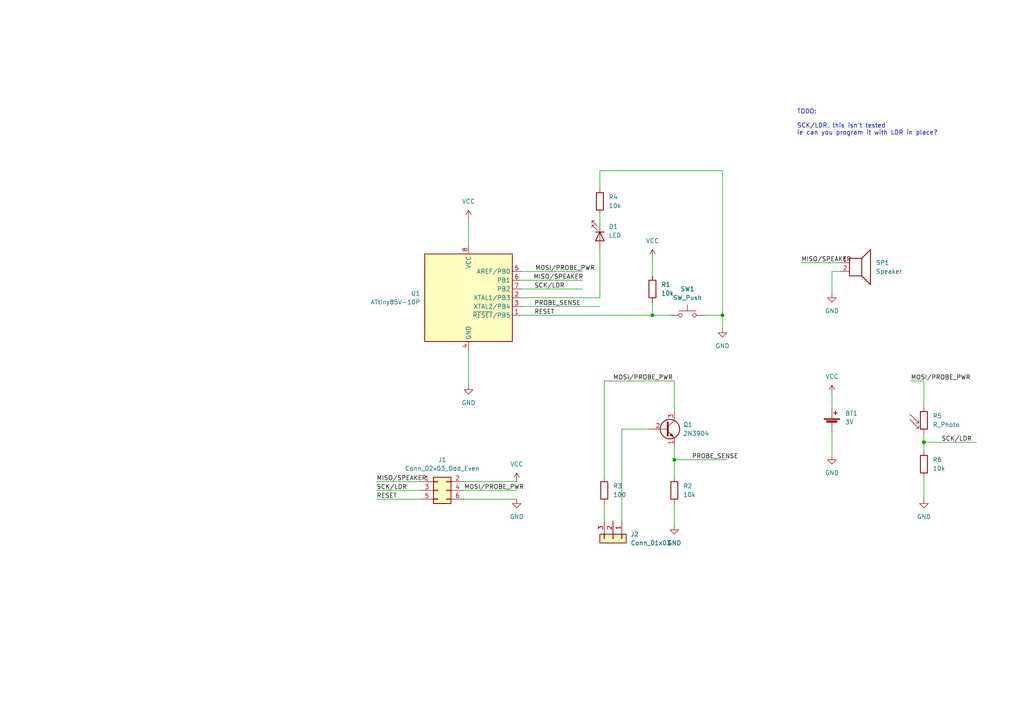
<source format=kicad_sch>
(kicad_sch (version 20211123) (generator eeschema)
  (paper "A4")
  (title_block (title "Water Me Bird") (date "2022-03-08") (rev "6") (company "TinkerElectric.com"))
  (lib_symbols
    (symbol "Connector_Generic:Conn_01x03" (pin_names (offset 1.016) hide)
      (property "Reference" "J" (at 0 5.08 0))
      (property "Value" "Conn_01x03" (at 0 -5.08 0))
      (symbol "Conn_01x03_1_1"
        (rectangle (start -1.27 -2.413) (end 0 -2.667) (stroke (width 0.1524)))
        (rectangle (start -1.27 0.127) (end 0 -0.127) (stroke (width 0.1524)))
        (rectangle (start -1.27 2.667) (end 0 2.413) (stroke (width 0.1524)))
        (rectangle (start -1.27 3.81) (end 1.27 -3.81) (stroke (width 0.254)) (fill (type background)))
        (pin passive line (at -5.08 2.54 0) (length 3.81) (name "Pin_1") (number "1"))
        (pin passive line (at -5.08 0 0) (length 3.81) (name "Pin_2") (number "2"))
        (pin passive line (at -5.08 -2.54 0) (length 3.81) (name "Pin_3") (number "3"))
      )
    )
    (symbol "Connector_Generic:Conn_02x03_Odd_Even" (pin_names (offset 1.016) hide)
      (property "Reference" "J" (at 1.27 5.08 0))
      (property "Value" "Conn_02x03_Odd_Even" (at 1.27 -5.08 0))
      (symbol "Conn_02x03_Odd_Even_1_1"
        (rectangle (start -1.27 -2.413) (end 0 -2.667) (stroke (width 0.1524)))
        (rectangle (start -1.27 0.127) (end 0 -0.127) (stroke (width 0.1524)))
        (rectangle (start -1.27 2.667) (end 0 2.413) (stroke (width 0.1524)))
        (rectangle (start -1.27 3.81) (end 3.81 -3.81) (stroke (width 0.254)) (fill (type background)))
        (rectangle (start 3.81 -2.413) (end 2.54 -2.667) (stroke (width 0.1524)))
        (rectangle (start 3.81 0.127) (end 2.54 -0.127) (stroke (width 0.1524)))
        (rectangle (start 3.81 2.667) (end 2.54 2.413) (stroke (width 0.1524)))
        (pin passive line (at -5.08 2.54 0) (length 3.81) (name "Pin_1") (number "1"))
        (pin passive line (at 7.62 2.54 180) (length 3.81) (name "Pin_2") (number "2"))
        (pin passive line (at -5.08 0 0) (length 3.81) (name "Pin_3") (number "3"))
        (pin passive line (at 7.62 0 180) (length 3.81) (name "Pin_4") (number "4"))
        (pin passive line (at -5.08 -2.54 0) (length 3.81) (name "Pin_5") (number "5"))
        (pin passive line (at 7.62 -2.54 180) (length 3.81) (name "Pin_6") (number "6"))
      )
    )
    (symbol "Device:Battery_Cell" (pin_numbers hide) (pin_names (offset 0) hide)
      (property "Reference" "BT" (at 2.54 2.54 0))
      (property "Value" "Battery_Cell" (at 2.54 0 0))
      (symbol "Battery_Cell_0_1"
        (rectangle (start -2.286 1.778) (end 2.286 1.524) (fill (type outline)))
        (rectangle (start -1.5748 1.1938) (end 1.4732 0.6858) (fill (type outline)))
        (polyline (pts (xy 0 0.762) (xy 0 0)))
        (polyline (pts (xy 0 1.778) (xy 0 2.54)))
        (polyline (pts (xy 0.508 3.429) (xy 1.524 3.429)) (stroke (width 0.254)))
        (polyline (pts (xy 1.016 3.937) (xy 1.016 2.921)) (stroke (width 0.254)))
      )
      (symbol "Battery_Cell_1_1"
        (pin passive line (at 0 5.08 270) (length 2.54) (name "+") (number "1"))
        (pin passive line (at 0 -2.54 90) (length 2.54) (name "-") (number "2"))
      )
    )
    (symbol "Device:LED" (pin_numbers hide) (pin_names (offset 1.016) hide)
      (property "Reference" "D" (at 0 2.54 0))
      (property "Value" "LED" (at 0 -2.54 0))
      (symbol "LED_0_1"
        (polyline (pts (xy -1.27 -1.27) (xy -1.27 1.27)) (stroke (width 0.254)))
        (polyline (pts (xy -1.27 0) (xy 1.27 0)))
        (polyline (pts (xy 1.27 -1.27) (xy 1.27 1.27) (xy -1.27 0) (xy 1.27 -1.27)) (stroke (width 0.254)))
        (polyline (pts (xy -3.048 -0.762) (xy -4.572 -2.286) (xy -3.81 -2.286) (xy -4.572 -2.286) (xy -4.572 -1.524)))
        (polyline (pts (xy -1.778 -0.762) (xy -3.302 -2.286) (xy -2.54 -2.286) (xy -3.302 -2.286) (xy -3.302 -1.524)))
      )
      (symbol "LED_1_1"
        (pin passive line (at -3.81 0 0) (length 2.54) (name "K") (number "1"))
        (pin passive line (at 3.81 0 180) (length 2.54) (name "A") (number "2"))
      )
    )
    (symbol "Device:R" (pin_numbers hide) (pin_names (offset 0))
      (property "Reference" "R" (at 2.032 0 90))
      (property "Value" "R" (at 0 0 90))
      (symbol "R_0_1"
        (rectangle (start -1.016 -2.54) (end 1.016 2.54) (stroke (width 0.254)))
      )
      (symbol "R_1_1"
        (pin passive line (at 0 3.81 270) (length 1.27) (name "~") (number "1"))
        (pin passive line (at 0 -3.81 90) (length 1.27) (name "~") (number "2"))
      )
    )
    (symbol "Device:R_Photo" (pin_numbers hide) (pin_names (offset 0))
      (property "Reference" "R" (at 1.27 1.27 0))
      (property "Value" "R_Photo" (at 1.27 0 0))
      (symbol "R_Photo_0_1"
        (rectangle (start -1.016 2.54) (end 1.016 -2.54) (stroke (width 0.254)))
        (polyline (pts (xy -1.524 -2.286) (xy -4.064 0.254)))
        (polyline (pts (xy -1.524 -2.286) (xy -2.286 -2.286)))
        (polyline (pts (xy -1.524 -2.286) (xy -1.524 -1.524)))
        (polyline (pts (xy -1.524 -0.762) (xy -4.064 1.778)))
        (polyline (pts (xy -1.524 -0.762) (xy -2.286 -0.762)))
        (polyline (pts (xy -1.524 -0.762) (xy -1.524 0)))
      )
      (symbol "R_Photo_1_1"
        (pin passive line (at 0 3.81 270) (length 1.27) (name "~") (number "1"))
        (pin passive line (at 0 -3.81 90) (length 1.27) (name "~") (number "2"))
      )
    )
    (symbol "Device:Speaker" (pin_names (offset 0) hide)
      (property "Reference" "LS" (at 1.27 5.715 0))
      (property "Value" "Speaker" (at 1.27 3.81 0))
      (symbol "Speaker_0_0"
        (rectangle (start -2.54 1.27) (end 1.016 -3.81) (stroke (width 0.254)))
        (polyline (pts (xy 1.016 1.27) (xy 3.556 3.81) (xy 3.556 -6.35) (xy 1.016 -3.81)) (stroke (width 0.254)))
      )
      (symbol "Speaker_1_1"
        (pin input line (at -5.08 0 0) (length 2.54) (name "1") (number "1"))
        (pin input line (at -5.08 -2.54 0) (length 2.54) (name "2") (number "2"))
      )
    )
    (symbol "MCU_Microchip_ATtiny:ATtiny85V-10P"
      (property "Reference" "U" (at -12.7 13.97 0))
      (property "Value" "ATtiny85V-10P" (at 2.54 -13.97 0))
      (symbol "ATtiny85V-10P_0_1"
        (rectangle (start -12.7 -12.7) (end 12.7 12.7) (stroke (width 0.254)) (fill (type background)))
      )
      (symbol "ATtiny85V-10P_1_1"
        (pin bidirectional line (at 15.24 -5.08 180) (length 2.54) (name "~{RESET}/PB5") (number "1"))
        (pin bidirectional line (at 15.24 0 180) (length 2.54) (name "XTAL1/PB3") (number "2"))
        (pin bidirectional line (at 15.24 -2.54 180) (length 2.54) (name "XTAL2/PB4") (number "3"))
        (pin power_in line (at 0 -15.24 90) (length 2.54) (name "GND") (number "4"))
        (pin bidirectional line (at 15.24 7.62 180) (length 2.54) (name "AREF/PB0") (number "5"))
        (pin bidirectional line (at 15.24 5.08 180) (length 2.54) (name "PB1") (number "6"))
        (pin bidirectional line (at 15.24 2.54 180) (length 2.54) (name "PB2") (number "7"))
        (pin power_in line (at 0 15.24 270) (length 2.54) (name "VCC") (number "8"))
      )
    )
    (symbol "Switch:SW_Push" (pin_numbers hide) (pin_names (offset 1.016) hide)
      (property "Reference" "SW" (at 1.27 2.54 0))
      (property "Value" "SW_Push" (at 0 -1.524 0))
      (symbol "SW_Push_0_1"
        (circle (center -2.032 0) (radius 0.508))
        (polyline (pts (xy 0 1.27) (xy 0 3.048)))
        (polyline (pts (xy 2.54 1.27) (xy -2.54 1.27)))
        (circle (center 2.032 0) (radius 0.508))
        (pin passive line (at -5.08 0 0) (length 2.54) (name "1") (number "1"))
        (pin passive line (at 5.08 0 180) (length 2.54) (name "2") (number "2"))
      )
    )
    (symbol "Transistor_BJT:2N3904" (pin_names (offset 0) hide)
      (property "Reference" "Q" (at 5.08 1.905 0))
      (property "Value" "2N3904" (at 5.08 0 0))
      (symbol "2N3904_0_1"
        (polyline (pts (xy 0.635 0.635) (xy 2.54 2.54)))
        (polyline (pts (xy 0.635 -0.635) (xy 2.54 -2.54) (xy 2.54 -2.54)))
        (polyline (pts (xy 0.635 1.905) (xy 0.635 -1.905) (xy 0.635 -1.905)) (stroke (width 0.508)))
        (polyline (pts (xy 1.27 -1.778) (xy 1.778 -1.27) (xy 2.286 -2.286) (xy 1.27 -1.778) (xy 1.27 -1.778)) (fill (type outline)))
        (circle (center 1.27 0) (radius 2.8194) (stroke (width 0.254)))
      )
      (symbol "2N3904_1_1"
        (pin passive line (at 2.54 -5.08 90) (length 2.54) (name "E") (number "1"))
        (pin passive line (at -5.08 0 0) (length 5.715) (name "B") (number "2"))
        (pin passive line (at 2.54 5.08 270) (length 2.54) (name "C") (number "3"))
      )
    )
    (symbol "power:GND" (power) (pin_names (offset 0))
      (property "Value" "GND" (at 0 -3.81 0))
      (symbol "GND_0_1"
        (polyline (pts (xy 0 0) (xy 0 -1.27) (xy 1.27 -1.27) (xy 0 -2.54) (xy -1.27 -1.27) (xy 0 -1.27)))
      )
      (symbol "GND_1_1"
        (pin power_in line (at 0 0 270) (length 0) hide (name "GND") (number "1"))
      )
    )
    (symbol "power:VCC" (power) (pin_names (offset 0))
      (property "Value" "VCC" (at 0 3.81 0))
      (symbol "VCC_0_1"
        (polyline (pts (xy -0.762 1.27) (xy 0 2.54)))
        (polyline (pts (xy 0 0) (xy 0 2.54)))
        (polyline (pts (xy 0 2.54) (xy 0.762 1.27)))
      )
      (symbol "VCC_1_1"
        (pin power_in line (at 0 0 90) (length 0) hide (name "VCC") (number "1"))
      )
    )
  )
  (junction (at 189.23 91.44))
  (junction (at 209.55 91.44))
  (junction (at 267.97 128.27))
  (junction (at 195.58 133.35))
  (wire (pts (xy 209.55 91.44) (xy 204.47 91.44)))
  (wire (pts (xy 173.99 54.61) (xy 173.99 49.53)))
  (wire (pts (xy 264.16 110.49) (xy 267.97 110.49)))
  (wire (pts (xy 109.22 139.7) (xy 121.92 139.7)))
  (wire (pts (xy 241.3 78.74) (xy 241.3 85.09)))
  (wire (pts (xy 189.23 87.63) (xy 189.23 91.44)))
  (wire (pts (xy 109.22 144.78) (xy 121.92 144.78)))
  (wire (pts (xy 134.62 142.24) (xy 149.86 142.24)))
  (wire (pts (xy 135.89 63.5) (xy 135.89 71.12)))
  (wire (pts (xy 267.97 128.27) (xy 267.97 130.81)))
  (wire (pts (xy 241.3 125.73) (xy 241.3 132.08)))
  (wire (pts (xy 151.13 78.74) (xy 168.91 78.74)))
  (wire (pts (xy 195.58 110.49) (xy 175.26 110.49)))
  (wire (pts (xy 151.13 81.28) (xy 168.91 81.28)))
  (wire (pts (xy 173.99 72.39) (xy 173.99 86.36)))
  (wire (pts (xy 151.13 88.9) (xy 173.99 88.9)))
  (wire (pts (xy 267.97 128.27) (xy 283.21 128.27)))
  (wire (pts (xy 195.58 146.05) (xy 195.58 152.4)))
  (wire (pts (xy 189.23 74.93) (xy 189.23 80.01)))
  (wire (pts (xy 267.97 125.73) (xy 267.97 128.27)))
  (wire (pts (xy 267.97 118.11) (xy 267.97 110.49)))
  (wire (pts (xy 180.34 151.13) (xy 180.34 124.46)))
  (wire (pts (xy 241.3 114.3) (xy 241.3 118.11)))
  (wire (pts (xy 135.89 101.6) (xy 135.89 111.76)))
  (wire (pts (xy 195.58 133.35) (xy 210.82 133.35)))
  (wire (pts (xy 175.26 146.05) (xy 175.26 151.13)))
  (wire (pts (xy 189.23 91.44) (xy 194.31 91.44)))
  (wire (pts (xy 134.62 139.7) (xy 149.86 139.7)))
  (wire (pts (xy 173.99 49.53) (xy 209.55 49.53)))
  (wire (pts (xy 151.13 83.82) (xy 168.91 83.82)))
  (wire (pts (xy 195.58 133.35) (xy 195.58 138.43)))
  (wire (pts (xy 232.41 76.2) (xy 243.84 76.2)))
  (wire (pts (xy 151.13 91.44) (xy 189.23 91.44)))
  (wire (pts (xy 195.58 129.54) (xy 195.58 133.35)))
  (wire (pts (xy 180.34 124.46) (xy 187.96 124.46)))
  (wire (pts (xy 209.55 91.44) (xy 209.55 95.25)))
  (wire (pts (xy 243.84 78.74) (xy 241.3 78.74)))
  (wire (pts (xy 134.62 144.78) (xy 149.86 144.78)))
  (wire (pts (xy 175.26 110.49) (xy 175.26 138.43)))
  (wire (pts (xy 173.99 62.23) (xy 173.99 64.77)))
  (wire (pts (xy 173.99 86.36) (xy 151.13 86.36)))
  (wire (pts (xy 195.58 119.38) (xy 195.58 110.49)))
  (wire (pts (xy 267.97 138.43) (xy 267.97 144.78)))
  (wire (pts (xy 209.55 49.53) (xy 209.55 91.44)))
  (wire (pts (xy 109.22 142.24) (xy 121.92 142.24)))
  (text "TODO:\n\nSCK/LDR, this isn't tested\nie can you program it with LDR in place?\n" (at 231.14 39.37 0) (effects (font (size 1.27 1.27)) (justify left bottom)))
  (label "MISO{slash}SPEAKER" (at 154.686 81.28 0))
  (label "SCK{slash}LDR" (at 109.22 142.24 0))
  (label "MOSI{slash}PROBE_PWR" (at 134.62 142.24 0))
  (label "PROBE_SENSE" (at 154.94 88.9 0))
  (label "MISO{slash}SPEAKER" (at 109.22 139.7 0))
  (label "SCK{slash}LDR" (at 154.94 83.82 0))
  (label "RESET" (at 154.94 91.44 0))
  (label "MOSI{slash}PROBE_PWR" (at 264.16 110.49 0))
  (label "MOSI{slash}PROBE_PWR" (at 177.8 110.49 0))
  (label "MISO{slash}SPEAKER" (at 232.41 76.2 0))
  (label "RESET" (at 109.22 144.78 0))
  (label "PROBE_SENSE" (at 200.66 133.35 0))
  (label "SCK{slash}LDR" (at 273.05 128.27 0))
  (label "MOSI{slash}PROBE_PWR" (at 155.194 78.74 0))
  (symbol (lib_id "Device:R_Photo") (at 267.97 121.92 0) (unit 1)
    (property "Reference" "R5" (at 270.51 120.6499 0) (effects (justify left)))
    (property "Value" "R_Photo" (at 270.51 123.1899 0) (effects (justify left)))
    (property "Footprint" "OptoDevice:R_LDR_4.9x4.2mm_P2.54mm_Vertical" (effects hide))
  )
  (symbol (lib_id "power:GND") (at 135.89 111.76 0) (unit 1)
    (property "Reference" "#PWR0105" (effects hide))
    (property "Value" "GND" (at 135.89 116.84 0))
  )
  (symbol (lib_id "power:VCC") (at 149.86 139.7 0) (unit 1)
    (property "Reference" "#PWR0102" (effects hide))
    (property "Value" "VCC" (at 149.86 134.62 0))
  )
  (symbol (lib_id "Device:R") (at 175.26 142.24 0) (unit 1)
    (property "Reference" "R3" (at 177.8 140.9699 0) (effects (justify left)))
    (property "Value" "100" (at 177.8 143.5099 0) (effects (justify left)))
    (property "Footprint" "Resistor_THT:R_Axial_DIN0414_L11.9mm_D4.5mm_P15.24mm_Horizontal" (effects hide))
  )
  (symbol (lib_id "power:GND") (at 241.3 85.09 0) (unit 1)
    (property "Reference" "#PWR0108" (effects hide))
    (property "Value" "GND" (at 241.3 90.17 0))
  )
  (symbol (lib_id "MCU_Microchip_ATtiny:ATtiny85V-10P") (at 135.89 86.36 0) (unit 1)
    (property "Reference" "U1" (at 121.92 85.0899 0) (effects (justify right)))
    (property "Value" "ATtiny85V-10P" (at 121.92 87.6299 0) (effects (justify right)))
    (property "Footprint" "Package_DIP:DIP-8_W7.62mm" (effects hide))
    (property "Datasheet" "http://ww1.microchip.com/downloads/en/DeviceDoc/atmel-2586-avr-8-bit-microcontroller-attiny25-attiny45-attiny85_datasheet.pdf" (effects hide))
  )
  (symbol (lib_id "Device:R") (at 267.97 134.62 0) (unit 1)
    (property "Reference" "R6" (at 270.51 133.3499 0) (effects (justify left)))
    (property "Value" "10k" (at 270.51 135.8899 0) (effects (justify left)))
    (property "Footprint" "Resistor_THT:R_Axial_DIN0414_L11.9mm_D4.5mm_P15.24mm_Horizontal" (effects hide))
  )
  (symbol (lib_id "Connector_Generic:Conn_01x03") (at 177.8 156.21 270) (unit 1)
    (property "Reference" "J2" (at 182.88 154.9399 90) (effects (justify left)))
    (property "Value" "Conn_01x03" (at 182.88 157.4799 90) (effects (justify left)))
    (property "Footprint" "TerminalBlock_RND:TerminalBlock_RND_205-00002_1x03_P5.00mm_Horizontal" (effects hide))
  )
  (symbol (lib_id "power:GND") (at 267.97 144.78 0) (unit 1)
    (property "Reference" "#PWR0110" (effects hide))
    (property "Value" "GND" (at 267.97 149.86 0))
  )
  (symbol (lib_id "power:GND") (at 149.86 144.78 0) (unit 1)
    (property "Reference" "#PWR0103" (effects hide))
    (property "Value" "GND" (at 149.86 149.86 0))
  )
  (symbol (lib_id "power:VCC") (at 241.3 114.3 0) (unit 1)
    (property "Reference" "#PWR0111" (effects hide))
    (property "Value" "VCC" (at 241.3 109.22 0))
  )
  (symbol (lib_id "power:GND") (at 209.55 95.25 0) (unit 1)
    (property "Reference" "#PWR0107" (effects hide))
    (property "Value" "GND" (at 209.55 100.33 0))
  )
  (symbol (lib_id "Device:LED") (at 173.99 68.58 270) (unit 1)
    (property "Reference" "D1" (at 176.53 65.7224 90) (effects (justify left)))
    (property "Value" "LED" (at 176.53 68.2624 90) (effects (justify left)))
    (property "Footprint" "LED_THT:LED_D3.0mm" (effects hide))
  )
  (symbol (lib_id "Device:R") (at 195.58 142.24 0) (unit 1)
    (property "Reference" "R2" (at 198.12 140.9699 0) (effects (justify left)))
    (property "Value" "10k" (at 198.12 143.5099 0) (effects (justify left)))
    (property "Footprint" "Resistor_THT:R_Axial_DIN0414_L11.9mm_D4.5mm_P15.24mm_Horizontal" (effects hide))
  )
  (symbol (lib_id "power:VCC") (at 135.89 63.5 0) (unit 1)
    (property "Reference" "#PWR0101" (effects hide))
    (property "Value" "VCC" (at 135.89 58.42 0))
  )
  (symbol (lib_id "Device:Battery_Cell") (at 241.3 123.19 0) (unit 1)
    (property "Reference" "BT1" (at 245.11 119.8879 0) (effects (justify left)))
    (property "Value" "3V" (at 245.11 122.4279 0) (effects (justify left)))
    (property "Footprint" "Battery:BatteryHolder_Keystone_3002_1x2032" (effects hide))
  )
  (symbol (lib_id "Transistor_BJT:2N3904") (at 193.04 124.46 0) (unit 1)
    (property "Reference" "Q1" (at 198.12 123.1899 0) (effects (justify left)))
    (property "Value" "2N3904" (at 198.12 125.7299 0) (effects (justify left)))
    (property "Footprint" "_Tinker:TO-92_Inline_Wide_Thick" (effects hide))
    (property "Datasheet" "https://www.onsemi.com/pub/Collateral/2N3903-D.PDF" (effects hide))
  )
  (symbol (lib_id "Device:R") (at 173.99 58.42 0) (unit 1)
    (property "Reference" "R4" (at 176.53 57.1499 0) (effects (justify left)))
    (property "Value" "10k" (at 176.53 59.6899 0) (effects (justify left)))
    (property "Footprint" "Resistor_THT:R_Axial_DIN0414_L11.9mm_D4.5mm_P15.24mm_Horizontal" (effects hide))
  )
  (symbol (lib_id "power:GND") (at 195.58 152.4 0) (unit 1)
    (property "Reference" "#PWR0104" (effects hide))
    (property "Value" "GND" (at 195.58 157.48 0))
  )
  (symbol (lib_id "Device:Speaker") (at 248.92 76.2 0) (unit 1)
    (property "Reference" "SP1" (at 254 76.1999 0) (effects (justify left)))
    (property "Value" "Speaker" (at 254 78.7399 0) (effects (justify left)))
    (property "Footprint" "Buzzer_Beeper:MagneticBuzzer_PUI_AT-0927-TT-6-R" (effects hide))
  )
  (symbol (lib_id "Connector_Generic:Conn_02x03_Odd_Even") (at 127 142.24 0) (unit 1)
    (property "Reference" "J1" (at 128.27 133.35 0))
    (property "Value" "Conn_02x03_Odd_Even" (at 128.27 135.89 0))
  )
  (symbol (lib_id "power:VCC") (at 189.23 74.93 0) (unit 1)
    (property "Reference" "#PWR0106" (effects hide))
    (property "Value" "VCC" (at 189.23 69.85 0))
  )
  (symbol (lib_id "Device:R") (at 189.23 83.82 0) (unit 1)
    (property "Reference" "R1" (at 191.77 82.5499 0) (effects (justify left)))
    (property "Value" "10k" (at 191.77 85.0899 0) (effects (justify left)))
    (property "Footprint" "Resistor_THT:R_Axial_DIN0414_L11.9mm_D4.5mm_P15.24mm_Horizontal" (effects hide))
  )
  (symbol (lib_id "Switch:SW_Push") (at 199.39 91.44 0) (unit 1)
    (property "Reference" "SW1" (at 199.39 83.82 0))
    (property "Value" "SW_Push" (at 199.39 86.36 0))
    (property "Footprint" "Button_Switch_THT:SW_PUSH_6mm_H5mm" (effects hide))
  )
  (symbol (lib_id "power:GND") (at 241.3 132.08 0) (unit 1)
    (property "Reference" "#PWR0109" (effects hide))
    (property "Value" "GND" (at 241.3 137.16 0))
  )
)
</source>
